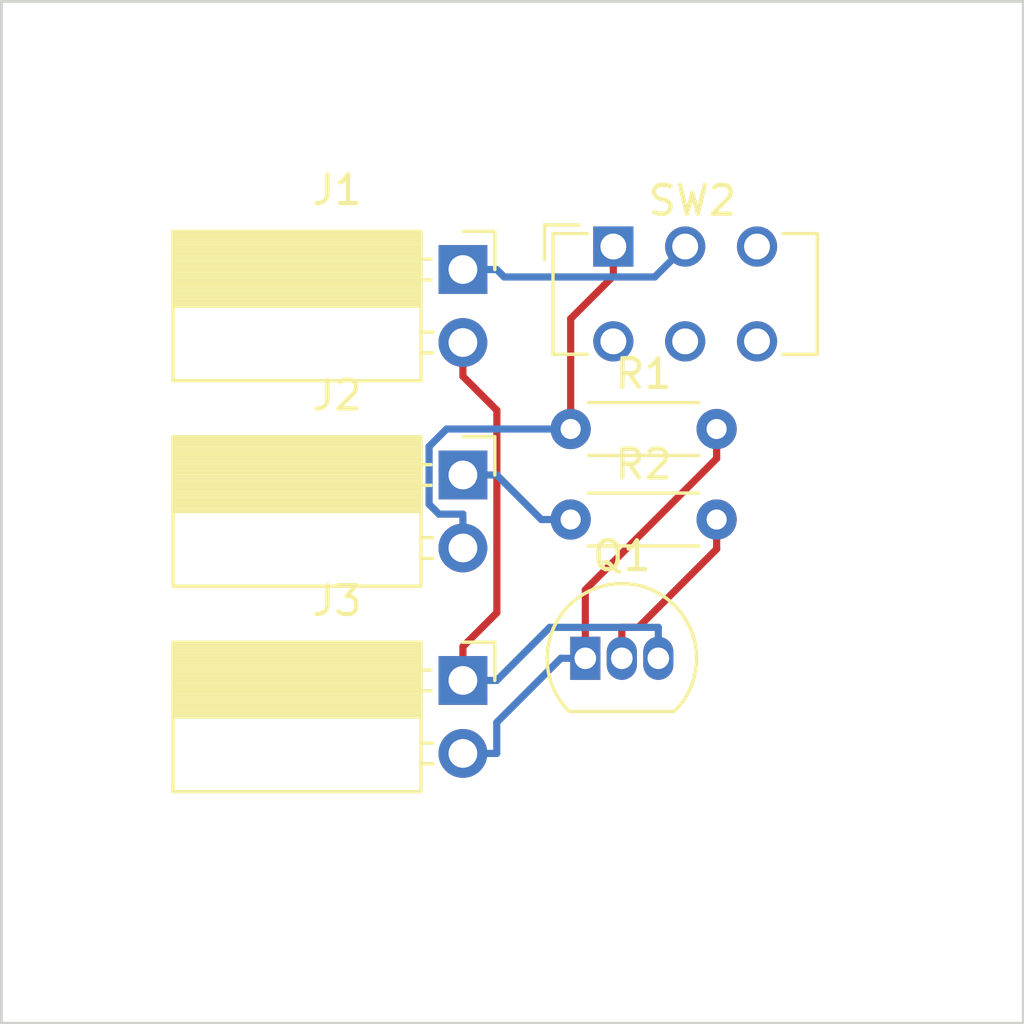
<source format=kicad_pcb>
(kicad_pcb (version 20221018) (generator pcbnew)
  (layers (0 "F.Cu" jumper) (31 "B.Cu" signal) (34 "B.Paste" user) (35 "F.Paste" user) (36 "B.SilkS" user "B.Silkscreen") (37 "F.SilkS" user "F.Silkscreen") (38 "B.Mask" user) (39 "F.Mask" user) (44 "Edge.Cuts" user))
  (net 0 "")
  (net 1 "Net-(J1-Pin_1)")
  (net 2 "GND")
  (net 3 "Net-(J2-Pin_1)")
  (net 4 "Net-(J2-Pin_2)")
  (net 5 "Net-(J3-Pin_2)")
  (net 6 "Net-(Q1-B)")
  (footprint "Resistor_THT:R_Axial_DIN0204_L3.6mm_D1.6mm_P5.08mm_Horizontal" (layer "F.Cu") (at 45.21 40.28)
    (fp_text reference "R1" (at 2.54 -1.92) (layer "F.SilkS"))
    (fp_text value "100k" hide)
    (fp_line (start 0.62 -0.92) (end 4.46 -0.92) (stroke (width 0.12)) (layer "F.SilkS"))
    (fp_line (start 0.62 0.92) (end 4.46 0.92) (stroke (width 0.12)) (layer "F.SilkS"))
    (pad "1" thru_hole circle (at 0 0) (size 1.4 1.4) (drill 0.7) (layers "*.Cu" "*.Mask") (net 4 "Net-(J2-Pin_2)"))
    (pad "2" thru_hole oval (at 5.08 0) (size 1.4 1.4) (drill 0.7) (layers "*.Cu" "*.Mask") (net 5 "Net-(J3-Pin_2)"))
  )
  (footprint "Resistor_THT:R_Axial_DIN0204_L3.6mm_D1.6mm_P5.08mm_Horizontal" (layer "F.Cu") (at 45.21 43.43)
    (fp_text reference "R2" (at 2.54 -1.92) (layer "F.SilkS"))
    (fp_text value "47k")
    (fp_line (start 0.62 -0.92) (end 4.46 -0.92) (stroke (width 0.12)) (layer "F.SilkS"))
    (fp_line (start 0.62 0.92) (end 4.46 0.92) (stroke (width 0.12)) (layer "F.SilkS"))
    (pad "1" thru_hole circle (at 0 0) (size 1.4 1.4) (drill 0.7) (layers "*.Cu" "*.Mask") (net 3 "Net-(J2-Pin_1)"))
    (pad "2" thru_hole oval (at 5.08 0) (size 1.4 1.4) (drill 0.7) (layers "*.Cu" "*.Mask") (net 6 "Net-(Q1-B)"))
  )
  (footprint "Connector_PinSocket_2.54mm:PinSocket_1x02_P2.54mm_Horizontal" (layer "F.Cu") (at 41.46 49.03)
    (fp_text reference "J3" (at -4.38 -2.77) (layer "F.SilkS"))
    (fp_text value "Buzzer")
    (fp_line (start -10.09 -1.33) (end -10.09 3.87) (stroke (width 0.12)) (layer "F.SilkS"))
    (fp_line (start -10.09 -1.33) (end -1.46 -1.33) (stroke (width 0.12)) (layer "F.SilkS"))
    (fp_line (start -10.09 -1.21) (end -1.46 -1.21) (stroke (width 0.12)) (layer "F.SilkS"))
    (fp_line (start -10.09 -1.091905) (end -1.46 -1.091905) (stroke (width 0.12)) (layer "F.SilkS"))
    (fp_line (start -10.09 -0.97381) (end -1.46 -0.97381) (stroke (width 0.12)) (layer "F.SilkS"))
    (fp_line (start -10.09 -0.855715) (end -1.46 -0.855715) (stroke (width 0.12)) (layer "F.SilkS"))
    (fp_line (start -10.09 -0.73762) (end -1.46 -0.73762) (stroke (width 0.12)) (layer "F.SilkS"))
    (fp_line (start -10.09 -0.619525) (end -1.46 -0.619525) (stroke (width 0.12)) (layer "F.SilkS"))
    (fp_line (start -10.09 -0.50143) (end -1.46 -0.50143) (stroke (width 0.12)) (layer "F.SilkS"))
    (fp_line (start -10.09 -0.383335) (end -1.46 -0.383335) (stroke (width 0.12)) (layer "F.SilkS"))
    (fp_line (start -10.09 -0.26524) (end -1.46 -0.26524) (stroke (width 0.12)) (layer "F.SilkS"))
    (fp_line (start -10.09 -0.147145) (end -1.46 -0.147145) (stroke (width 0.12)) (layer "F.SilkS"))
    (fp_line (start -10.09 -0.02905) (end -1.46 -0.02905) (stroke (width 0.12)) (layer "F.SilkS"))
    (fp_line (start -10.09 0.089045) (end -1.46 0.089045) (stroke (width 0.12)) (layer "F.SilkS"))
    (fp_line (start -10.09 0.20714) (end -1.46 0.20714) (stroke (width 0.12)) (layer "F.SilkS"))
    (fp_line (start -10.09 0.325235) (end -1.46 0.325235) (stroke (width 0.12)) (layer "F.SilkS"))
    (fp_line (start -10.09 0.44333) (end -1.46 0.44333) (stroke (width 0.12)) (layer "F.SilkS"))
    (fp_line (start -10.09 0.561425) (end -1.46 0.561425) (stroke (width 0.12)) (layer "F.SilkS"))
    (fp_line (start -10.09 0.67952) (end -1.46 0.67952) (stroke (width 0.12)) (layer "F.SilkS"))
    (fp_line (start -10.09 0.797615) (end -1.46 0.797615) (stroke (width 0.12)) (layer "F.SilkS"))
    (fp_line (start -10.09 0.91571) (end -1.46 0.91571) (stroke (width 0.12)) (layer "F.SilkS"))
    (fp_line (start -10.09 1.033805) (end -1.46 1.033805) (stroke (width 0.12)) (layer "F.SilkS"))
    (fp_line (start -10.09 1.1519) (end -1.46 1.1519) (stroke (width 0.12)) (layer "F.SilkS"))
    (fp_line (start -10.09 1.27) (end -1.46 1.27) (stroke (width 0.12)) (layer "F.SilkS"))
    (fp_line (start -10.09 3.87) (end -1.46 3.87) (stroke (width 0.12)) (layer "F.SilkS"))
    (fp_line (start -1.46 -1.33) (end -1.46 3.87) (stroke (width 0.12)) (layer "F.SilkS"))
    (fp_line (start -1.46 -0.36) (end -1.11 -0.36) (stroke (width 0.12)) (layer "F.SilkS"))
    (fp_line (start -1.46 0.36) (end -1.11 0.36) (stroke (width 0.12)) (layer "F.SilkS"))
    (fp_line (start -1.46 2.18) (end -1.05 2.18) (stroke (width 0.12)) (layer "F.SilkS"))
    (fp_line (start -1.46 2.9) (end -1.05 2.9) (stroke (width 0.12)) (layer "F.SilkS"))
    (fp_line (start 0 -1.33) (end 1.11 -1.33) (stroke (width 0.12)) (layer "F.SilkS"))
    (fp_line (start 1.11 -1.33) (end 1.11 0) (stroke (width 0.12)) (layer "F.SilkS"))
    (pad "1" thru_hole rect (at 0 0) (size 1.7 1.7) (drill 1) (layers "*.Cu" "*.Mask") (net 2 "GND"))
    (pad "2" thru_hole oval (at 0 2.54) (size 1.7 1.7) (drill 1) (layers "*.Cu" "*.Mask") (net 5 "Net-(J3-Pin_2)"))
  )
  (footprint "Package_TO_SOT_THT:TO-92_Inline" (layer "F.Cu") (at 45.72 48.26)
    (fp_text reference "Q1" (at 1.27 -3.56) (layer "F.SilkS"))
    (fp_text value "BC547")
    (fp_line (start -0.53 1.85) (end 3.07 1.85) (stroke (width 0.12)) (layer "F.SilkS"))
    (fp_arc (start -0.568478 1.838478) (mid -1.132087 -0.994977) (end 1.27 -2.6) (stroke (width 0.12)) (layer "F.SilkS"))
    (fp_arc (start 1.27 -2.6) (mid 3.672087 -0.994977) (end 3.108478 1.838478) (stroke (width 0.12)) (layer "F.SilkS"))
    (pad "1" thru_hole rect (at 0 0) (size 1.05 1.5) (drill 0.75) (layers "*.Cu" "*.Mask") (net 5 "Net-(J3-Pin_2)"))
    (pad "2" thru_hole oval (at 1.27 0) (size 1.05 1.5) (drill 0.75) (layers "*.Cu" "*.Mask") (net 6 "Net-(Q1-B)"))
    (pad "3" thru_hole oval (at 2.54 0) (size 1.05 1.5) (drill 0.75) (layers "*.Cu" "*.Mask") (net 2 "GND"))
  )
  (footprint "Connector_PinSocket_2.54mm:PinSocket_1x02_P2.54mm_Horizontal" (layer "F.Cu") (at 41.46 34.73)
    (fp_text reference "J1" (at -4.38 -2.77) (layer "F.SilkS"))
    (fp_text value "Battery")
    (fp_line (start -10.09 -1.33) (end -10.09 3.87) (stroke (width 0.12)) (layer "F.SilkS"))
    (fp_line (start -10.09 -1.33) (end -1.46 -1.33) (stroke (width 0.12)) (layer "F.SilkS"))
    (fp_line (start -10.09 -1.21) (end -1.46 -1.21) (stroke (width 0.12)) (layer "F.SilkS"))
    (fp_line (start -10.09 -1.091905) (end -1.46 -1.091905) (stroke (width 0.12)) (layer "F.SilkS"))
    (fp_line (start -10.09 -0.97381) (end -1.46 -0.97381) (stroke (width 0.12)) (layer "F.SilkS"))
    (fp_line (start -10.09 -0.855715) (end -1.46 -0.855715) (stroke (width 0.12)) (layer "F.SilkS"))
    (fp_line (start -10.09 -0.73762) (end -1.46 -0.73762) (stroke (width 0.12)) (layer "F.SilkS"))
    (fp_line (start -10.09 -0.619525) (end -1.46 -0.619525) (stroke (width 0.12)) (layer "F.SilkS"))
    (fp_line (start -10.09 -0.50143) (end -1.46 -0.50143) (stroke (width 0.12)) (layer "F.SilkS"))
    (fp_line (start -10.09 -0.383335) (end -1.46 -0.383335) (stroke (width 0.12)) (layer "F.SilkS"))
    (fp_line (start -10.09 -0.26524) (end -1.46 -0.26524) (stroke (width 0.12)) (layer "F.SilkS"))
    (fp_line (start -10.09 -0.147145) (end -1.46 -0.147145) (stroke (width 0.12)) (layer "F.SilkS"))
    (fp_line (start -10.09 -0.02905) (end -1.46 -0.02905) (stroke (width 0.12)) (layer "F.SilkS"))
    (fp_line (start -10.09 0.089045) (end -1.46 0.089045) (stroke (width 0.12)) (layer "F.SilkS"))
    (fp_line (start -10.09 0.20714) (end -1.46 0.20714) (stroke (width 0.12)) (layer "F.SilkS"))
    (fp_line (start -10.09 0.325235) (end -1.46 0.325235) (stroke (width 0.12)) (layer "F.SilkS"))
    (fp_line (start -10.09 0.44333) (end -1.46 0.44333) (stroke (width 0.12)) (layer "F.SilkS"))
    (fp_line (start -10.09 0.561425) (end -1.46 0.561425) (stroke (width 0.12)) (layer "F.SilkS"))
    (fp_line (start -10.09 0.67952) (end -1.46 0.67952) (stroke (width 0.12)) (layer "F.SilkS"))
    (fp_line (start -10.09 0.797615) (end -1.46 0.797615) (stroke (width 0.12)) (layer "F.SilkS"))
    (fp_line (start -10.09 0.91571) (end -1.46 0.91571) (stroke (width 0.12)) (layer "F.SilkS"))
    (fp_line (start -10.09 1.033805) (end -1.46 1.033805) (stroke (width 0.12)) (layer "F.SilkS"))
    (fp_line (start -10.09 1.1519) (end -1.46 1.1519) (stroke (width 0.12)) (layer "F.SilkS"))
    (fp_line (start -10.09 1.27) (end -1.46 1.27) (stroke (width 0.12)) (layer "F.SilkS"))
    (fp_line (start -10.09 3.87) (end -1.46 3.87) (stroke (width 0.12)) (layer "F.SilkS"))
    (fp_line (start -1.46 -1.33) (end -1.46 3.87) (stroke (width 0.12)) (layer "F.SilkS"))
    (fp_line (start -1.46 -0.36) (end -1.11 -0.36) (stroke (width 0.12)) (layer "F.SilkS"))
    (fp_line (start -1.46 0.36) (end -1.11 0.36) (stroke (width 0.12)) (layer "F.SilkS"))
    (fp_line (start -1.46 2.18) (end -1.05 2.18) (stroke (width 0.12)) (layer "F.SilkS"))
    (fp_line (start -1.46 2.9) (end -1.05 2.9) (stroke (width 0.12)) (layer "F.SilkS"))
    (fp_line (start 0 -1.33) (end 1.11 -1.33) (stroke (width 0.12)) (layer "F.SilkS"))
    (fp_line (start 1.11 -1.33) (end 1.11 0) (stroke (width 0.12)) (layer "F.SilkS"))
    (pad "1" thru_hole rect (at 0 0) (size 1.7 1.7) (drill 1) (layers "*.Cu" "*.Mask") (net 1 "Net-(J1-Pin_1)"))
    (pad "2" thru_hole oval (at 0 2.54) (size 1.7 1.7) (drill 1) (layers "*.Cu" "*.Mask") (net 2 "GND"))
  )
  (footprint "Connector_PinSocket_2.54mm:PinSocket_1x02_P2.54mm_Horizontal" (layer "F.Cu") (at 41.46 41.88)
    (fp_text reference "J2" (at -4.38 -2.77) (layer "F.SilkS"))
    (fp_text value "Door Sensor")
    (fp_line (start -10.09 -1.33) (end -10.09 3.87) (stroke (width 0.12)) (layer "F.SilkS"))
    (fp_line (start -10.09 -1.33) (end -1.46 -1.33) (stroke (width 0.12)) (layer "F.SilkS"))
    (fp_line (start -10.09 -1.21) (end -1.46 -1.21) (stroke (width 0.12)) (layer "F.SilkS"))
    (fp_line (start -10.09 -1.091905) (end -1.46 -1.091905) (stroke (width 0.12)) (layer "F.SilkS"))
    (fp_line (start -10.09 -0.97381) (end -1.46 -0.97381) (stroke (width 0.12)) (layer "F.SilkS"))
    (fp_line (start -10.09 -0.855715) (end -1.46 -0.855715) (stroke (width 0.12)) (layer "F.SilkS"))
    (fp_line (start -10.09 -0.73762) (end -1.46 -0.73762) (stroke (width 0.12)) (layer "F.SilkS"))
    (fp_line (start -10.09 -0.619525) (end -1.46 -0.619525) (stroke (width 0.12)) (layer "F.SilkS"))
    (fp_line (start -10.09 -0.50143) (end -1.46 -0.50143) (stroke (width 0.12)) (layer "F.SilkS"))
    (fp_line (start -10.09 -0.383335) (end -1.46 -0.383335) (stroke (width 0.12)) (layer "F.SilkS"))
    (fp_line (start -10.09 -0.26524) (end -1.46 -0.26524) (stroke (width 0.12)) (layer "F.SilkS"))
    (fp_line (start -10.09 -0.147145) (end -1.46 -0.147145) (stroke (width 0.12)) (layer "F.SilkS"))
    (fp_line (start -10.09 -0.02905) (end -1.46 -0.02905) (stroke (width 0.12)) (layer "F.SilkS"))
    (fp_line (start -10.09 0.089045) (end -1.46 0.089045) (stroke (width 0.12)) (layer "F.SilkS"))
    (fp_line (start -10.09 0.20714) (end -1.46 0.20714) (stroke (width 0.12)) (layer "F.SilkS"))
    (fp_line (start -10.09 0.325235) (end -1.46 0.325235) (stroke (width 0.12)) (layer "F.SilkS"))
    (fp_line (start -10.09 0.44333) (end -1.46 0.44333) (stroke (width 0.12)) (layer "F.SilkS"))
    (fp_line (start -10.09 0.561425) (end -1.46 0.561425) (stroke (width 0.12)) (layer "F.SilkS"))
    (fp_line (start -10.09 0.67952) (end -1.46 0.67952) (stroke (width 0.12)) (layer "F.SilkS"))
    (fp_line (start -10.09 0.797615) (end -1.46 0.797615) (stroke (width 0.12)) (layer "F.SilkS"))
    (fp_line (start -10.09 0.91571) (end -1.46 0.91571) (stroke (width 0.12)) (layer "F.SilkS"))
    (fp_line (start -10.09 1.033805) (end -1.46 1.033805) (stroke (width 0.12)) (layer "F.SilkS"))
    (fp_line (start -10.09 1.1519) (end -1.46 1.1519) (stroke (width 0.12)) (layer "F.SilkS"))
    (fp_line (start -10.09 1.27) (end -1.46 1.27) (stroke (width 0.12)) (layer "F.SilkS"))
    (fp_line (start -10.09 3.87) (end -1.46 3.87) (stroke (width 0.12)) (layer "F.SilkS"))
    (fp_line (start -1.46 -1.33) (end -1.46 3.87) (stroke (width 0.12)) (layer "F.SilkS"))
    (fp_line (start -1.46 -0.36) (end -1.11 -0.36) (stroke (width 0.12)) (layer "F.SilkS"))
    (fp_line (start -1.46 0.36) (end -1.11 0.36) (stroke (width 0.12)) (layer "F.SilkS"))
    (fp_line (start -1.46 2.18) (end -1.05 2.18) (stroke (width 0.12)) (layer "F.SilkS"))
    (fp_line (start -1.46 2.9) (end -1.05 2.9) (stroke (width 0.12)) (layer "F.SilkS"))
    (fp_line (start 0 -1.33) (end 1.11 -1.33) (stroke (width 0.12)) (layer "F.SilkS"))
    (fp_line (start 1.11 -1.33) (end 1.11 0) (stroke (width 0.12)) (layer "F.SilkS"))
    (pad "1" thru_hole rect (at 0 0) (size 1.7 1.7) (drill 1) (layers "*.Cu" "*.Mask") (net 3 "Net-(J2-Pin_1)"))
    (pad "2" thru_hole oval (at 0 2.54) (size 1.7 1.7) (drill 1) (layers "*.Cu" "*.Mask") (net 4 "Net-(J2-Pin_2)"))
  )
  (footprint "Button_Switch_THT:SW_CuK_JS202011CQN_DPDT_Straight" (layer "F.Cu") (at 46.695 33.93)
    (fp_text reference "SW2" (at 2.75 -1.6) (layer "F.SilkS"))
    (fp_text value "SW_DPDT_x2")
    (fp_line (start -2.4 -0.75) (end -2.4 0.45) (stroke (width 0.12)) (layer "F.SilkS"))
    (fp_line (start -2.1 -0.45) (end -2.1 3.75) (stroke (width 0.12)) (layer "F.SilkS"))
    (fp_line (start -2.1 3.75) (end -0.9 3.75) (stroke (width 0.12)) (layer "F.SilkS"))
    (fp_line (start -1.2 -0.75) (end -2.4 -0.75) (stroke (width 0.12)) (layer "F.SilkS"))
    (fp_line (start -0.9 -0.45) (end -2.1 -0.45) (stroke (width 0.12)) (layer "F.SilkS"))
    (fp_line (start 5.9 -0.45) (end 7.1 -0.45) (stroke (width 0.12)) (layer "F.SilkS"))
    (fp_line (start 7.1 -0.45) (end 7.1 3.75) (stroke (width 0.12)) (layer "F.SilkS"))
    (fp_line (start 7.1 3.75) (end 5.9 3.75) (stroke (width 0.12)) (layer "F.SilkS"))
    (pad "1" thru_hole rect (at 0 0) (size 1.4 1.4) (drill 0.9) (layers "*.Cu" "*.Mask") (net 4 "Net-(J2-Pin_2)"))
    (pad "2" thru_hole circle (at 2.5 0) (size 1.4 1.4) (drill 0.9) (layers "*.Cu" "*.Mask") (net 1 "Net-(J1-Pin_1)"))
    (pad "3" thru_hole circle (at 5 0) (size 1.4 1.4) (drill 0.9) (layers "*.Cu" "*.Mask"))
    (pad "4" thru_hole circle (at 0 3.3) (size 1.4 1.4) (drill 0.9) (layers "*.Cu" "*.Mask"))
    (pad "5" thru_hole circle (at 2.5 3.3) (size 1.4 1.4) (drill 0.9) (layers "*.Cu" "*.Mask"))
    (pad "6" thru_hole circle (at 5 3.3) (size 1.4 1.4) (drill 0.9) (layers "*.Cu" "*.Mask"))
  )
  (gr_line (start 60.96 60.96) (end 25.4 60.96) (stroke (width 0.1)) (layer "Edge.Cuts"))
  (gr_line (start 25.4 60.96) (end 25.4 25.4) (stroke (width 0.1)) (layer "Edge.Cuts"))
  (gr_line (start 25.4 25.4) (end 60.96 25.4) (stroke (width 0.1)) (layer "Edge.Cuts"))
  (gr_line (start 60.96 25.4) (end 60.96 60.96) (stroke (width 0.1)) (layer "Edge.Cuts"))
  (segment (start 42.6369 34.73) (end 42.8959 34.989) (width 0.25) (layer "B.Cu") (net 1))
  (segment (start 42.8959 34.989) (end 48.136 34.989) (width 0.25) (layer "B.Cu") (net 1))
  (segment (start 48.136 34.989) (end 49.195 33.93) (width 0.25) (layer "B.Cu") (net 1))
  (segment (start 41.46 34.73) (end 42.6369 34.73) (width 0.25) (layer "B.Cu") (net 1))
  (segment (start 41.46 47.8531) (end 41.46 49.03) (width 0.25) (layer "F.Cu") (net 2))
  (segment (start 41.46 38.4469) (end 42.6414 39.6283) (width 0.25) (layer "F.Cu") (net 2))
  (segment (start 42.6414 46.6717) (end 41.46 47.8531) (width 0.25) (layer "F.Cu") (net 2))
  (segment (start 42.6414 39.6283) (end 42.6414 46.6717) (width 0.25) (layer "F.Cu") (net 2))
  (segment (start 41.46 37.27) (end 41.46 38.4469) (width 0.25) (layer "F.Cu") (net 2))
  (segment (start 42.6369 49.03) (end 41.46 49.03) (width 0.25) (layer "B.Cu") (net 2))
  (segment (start 48.26 47.1831) (end 44.4838 47.1831) (width 0.25) (layer "B.Cu") (net 2))
  (segment (start 48.26 48.26) (end 48.26 47.1831) (width 0.25) (layer "B.Cu") (net 2))
  (segment (start 44.4838 47.1831) (end 42.6369 49.03) (width 0.25) (layer "B.Cu") (net 2))
  (segment (start 42.6369 41.88) (end 44.1869 43.43) (width 0.25) (layer "B.Cu") (net 3))
  (segment (start 41.46 41.88) (end 42.6369 41.88) (width 0.25) (layer "B.Cu") (net 3))
  (segment (start 44.1869 43.43) (end 45.21 43.43) (width 0.25) (layer "B.Cu") (net 3))
  (segment (start 46.695 34.9569) (end 45.21 36.4419) (width 0.25) (layer "F.Cu") (net 4))
  (segment (start 45.21 36.4419) (end 45.21 40.28) (width 0.25) (layer "F.Cu") (net 4))
  (segment (start 46.695 33.93) (end 46.695 34.9569) (width 0.25) (layer "F.Cu") (net 4))
  (segment (start 41.46 43.2431) (end 40.6277 43.2431) (width 0.25) (layer "B.Cu") (net 4))
  (segment (start 40.2831 40.888) (end 40.8911 40.28) (width 0.25) (layer "B.Cu") (net 4))
  (segment (start 40.6277 43.2431) (end 40.2831 42.8985) (width 0.25) (layer "B.Cu") (net 4))
  (segment (start 40.2831 42.8985) (end 40.2831 40.888) (width 0.25) (layer "B.Cu") (net 4))
  (segment (start 40.8911 40.28) (end 45.21 40.28) (width 0.25) (layer "B.Cu") (net 4))
  (segment (start 41.46 44.42) (end 41.46 43.2431) (width 0.25) (layer "B.Cu") (net 4))
  (segment (start 45.72 45.8769) (end 45.72 48.26) (width 0.25) (layer "F.Cu") (net 5))
  (segment (start 50.29 40.28) (end 50.29 41.3069) (width 0.25) (layer "F.Cu") (net 5))
  (segment (start 50.29 41.3069) (end 45.72 45.8769) (width 0.25) (layer "F.Cu") (net 5))
  (segment (start 45.72 48.26) (end 44.8681 48.26) (width 0.25) (layer "B.Cu") (net 5))
  (segment (start 42.6369 50.4912) (end 42.6369 51.57) (width 0.25) (layer "B.Cu") (net 5))
  (segment (start 42.6369 51.57) (end 41.46 51.57) (width 0.25) (layer "B.Cu") (net 5))
  (segment (start 44.8681 48.26) (end 42.6369 50.4912) (width 0.25) (layer "B.Cu") (net 5))
  (segment (start 47.5638 47.1831) (end 50.29 44.4569) (width 0.25) (layer "F.Cu") (net 6))
  (segment (start 46.99 47.1831) (end 47.5638 47.1831) (width 0.25) (layer "F.Cu") (net 6))
  (segment (start 50.29 44.4569) (end 50.29 43.43) (width 0.25) (layer "F.Cu") (net 6))
  (segment (start 46.99 48.26) (end 46.99 47.1831) (width 0.25) (layer "F.Cu") (net 6))
)
</source>
